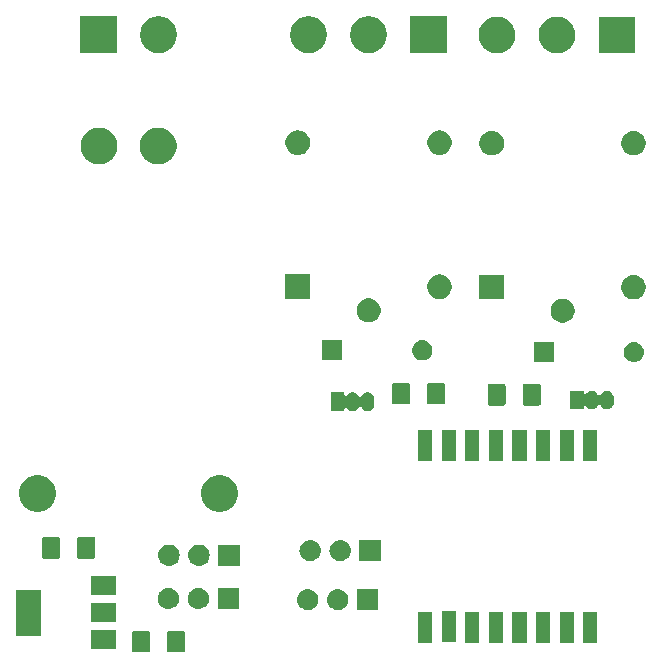
<source format=gbr>
G04 #@! TF.GenerationSoftware,KiCad,Pcbnew,5.0.2-bee76a0~70~ubuntu18.10.1*
G04 #@! TF.CreationDate,2019-05-20T10:37:58+02:00*
G04 #@! TF.ProjectId,interruptor,696e7465-7272-4757-9074-6f722e6b6963,rev?*
G04 #@! TF.SameCoordinates,Original*
G04 #@! TF.FileFunction,Soldermask,Top*
G04 #@! TF.FilePolarity,Negative*
%FSLAX46Y46*%
G04 Gerber Fmt 4.6, Leading zero omitted, Abs format (unit mm)*
G04 Created by KiCad (PCBNEW 5.0.2-bee76a0~70~ubuntu18.10.1) date lun 20 may 2019 10:37:58 CEST*
%MOMM*%
%LPD*%
G01*
G04 APERTURE LIST*
%ADD10C,0.100000*%
G04 APERTURE END LIST*
D10*
G36*
X99888062Y-115228181D02*
X99922977Y-115238773D01*
X99955165Y-115255978D01*
X99983373Y-115279127D01*
X100006522Y-115307335D01*
X100023727Y-115339523D01*
X100034319Y-115374438D01*
X100038500Y-115416895D01*
X100038500Y-116883105D01*
X100034319Y-116925562D01*
X100023727Y-116960477D01*
X100006522Y-116992665D01*
X99983373Y-117020873D01*
X99955165Y-117044022D01*
X99922977Y-117061227D01*
X99888062Y-117071819D01*
X99845605Y-117076000D01*
X98704395Y-117076000D01*
X98661938Y-117071819D01*
X98627023Y-117061227D01*
X98594835Y-117044022D01*
X98566627Y-117020873D01*
X98543478Y-116992665D01*
X98526273Y-116960477D01*
X98515681Y-116925562D01*
X98511500Y-116883105D01*
X98511500Y-115416895D01*
X98515681Y-115374438D01*
X98526273Y-115339523D01*
X98543478Y-115307335D01*
X98566627Y-115279127D01*
X98594835Y-115255978D01*
X98627023Y-115238773D01*
X98661938Y-115228181D01*
X98704395Y-115224000D01*
X99845605Y-115224000D01*
X99888062Y-115228181D01*
X99888062Y-115228181D01*
G37*
G36*
X96913062Y-115228181D02*
X96947977Y-115238773D01*
X96980165Y-115255978D01*
X97008373Y-115279127D01*
X97031522Y-115307335D01*
X97048727Y-115339523D01*
X97059319Y-115374438D01*
X97063500Y-115416895D01*
X97063500Y-116883105D01*
X97059319Y-116925562D01*
X97048727Y-116960477D01*
X97031522Y-116992665D01*
X97008373Y-117020873D01*
X96980165Y-117044022D01*
X96947977Y-117061227D01*
X96913062Y-117071819D01*
X96870605Y-117076000D01*
X95729395Y-117076000D01*
X95686938Y-117071819D01*
X95652023Y-117061227D01*
X95619835Y-117044022D01*
X95591627Y-117020873D01*
X95568478Y-116992665D01*
X95551273Y-116960477D01*
X95540681Y-116925562D01*
X95536500Y-116883105D01*
X95536500Y-115416895D01*
X95540681Y-115374438D01*
X95551273Y-115339523D01*
X95568478Y-115307335D01*
X95591627Y-115279127D01*
X95619835Y-115255978D01*
X95652023Y-115238773D01*
X95686938Y-115228181D01*
X95729395Y-115224000D01*
X96870605Y-115224000D01*
X96913062Y-115228181D01*
X96913062Y-115228181D01*
G37*
G36*
X94151000Y-116801000D02*
X92049000Y-116801000D01*
X92049000Y-115199000D01*
X94151000Y-115199000D01*
X94151000Y-116801000D01*
X94151000Y-116801000D01*
G37*
G36*
X130951000Y-116251000D02*
X129749000Y-116251000D01*
X129749000Y-113649000D01*
X130951000Y-113649000D01*
X130951000Y-116251000D01*
X130951000Y-116251000D01*
G37*
G36*
X134951000Y-116251000D02*
X133749000Y-116251000D01*
X133749000Y-113649000D01*
X134951000Y-113649000D01*
X134951000Y-116251000D01*
X134951000Y-116251000D01*
G37*
G36*
X132951000Y-116251000D02*
X131749000Y-116251000D01*
X131749000Y-113649000D01*
X132951000Y-113649000D01*
X132951000Y-116251000D01*
X132951000Y-116251000D01*
G37*
G36*
X128951000Y-116251000D02*
X127749000Y-116251000D01*
X127749000Y-113649000D01*
X128951000Y-113649000D01*
X128951000Y-116251000D01*
X128951000Y-116251000D01*
G37*
G36*
X126951000Y-116251000D02*
X125749000Y-116251000D01*
X125749000Y-113649000D01*
X126951000Y-113649000D01*
X126951000Y-116251000D01*
X126951000Y-116251000D01*
G37*
G36*
X124951000Y-116251000D02*
X123749000Y-116251000D01*
X123749000Y-113649000D01*
X124951000Y-113649000D01*
X124951000Y-116251000D01*
X124951000Y-116251000D01*
G37*
G36*
X120951000Y-116251000D02*
X119749000Y-116251000D01*
X119749000Y-113649000D01*
X120951000Y-113649000D01*
X120951000Y-116251000D01*
X120951000Y-116251000D01*
G37*
G36*
X122951000Y-116151000D02*
X121749000Y-116151000D01*
X121749000Y-113549000D01*
X122951000Y-113549000D01*
X122951000Y-116151000D01*
X122951000Y-116151000D01*
G37*
G36*
X87851000Y-115651000D02*
X85749000Y-115651000D01*
X85749000Y-111749000D01*
X87851000Y-111749000D01*
X87851000Y-115651000D01*
X87851000Y-115651000D01*
G37*
G36*
X94151000Y-114501000D02*
X92049000Y-114501000D01*
X92049000Y-112899000D01*
X94151000Y-112899000D01*
X94151000Y-114501000D01*
X94151000Y-114501000D01*
G37*
G36*
X116401000Y-113501000D02*
X114599000Y-113501000D01*
X114599000Y-111699000D01*
X116401000Y-111699000D01*
X116401000Y-113501000D01*
X116401000Y-113501000D01*
G37*
G36*
X110530442Y-111705518D02*
X110596627Y-111712037D01*
X110709853Y-111746384D01*
X110766467Y-111763557D01*
X110905087Y-111837652D01*
X110922991Y-111847222D01*
X110958729Y-111876552D01*
X111060186Y-111959814D01*
X111143448Y-112061271D01*
X111172778Y-112097009D01*
X111172779Y-112097011D01*
X111256443Y-112253533D01*
X111256443Y-112253534D01*
X111307963Y-112423373D01*
X111325359Y-112600000D01*
X111307963Y-112776627D01*
X111286777Y-112846467D01*
X111256443Y-112946467D01*
X111226231Y-113002989D01*
X111172778Y-113102991D01*
X111143448Y-113138729D01*
X111060186Y-113240186D01*
X110958729Y-113323448D01*
X110922991Y-113352778D01*
X110922989Y-113352779D01*
X110766467Y-113436443D01*
X110709853Y-113453616D01*
X110596627Y-113487963D01*
X110530442Y-113494482D01*
X110464260Y-113501000D01*
X110375740Y-113501000D01*
X110309558Y-113494482D01*
X110243373Y-113487963D01*
X110130147Y-113453616D01*
X110073533Y-113436443D01*
X109917011Y-113352779D01*
X109917009Y-113352778D01*
X109881271Y-113323448D01*
X109779814Y-113240186D01*
X109696552Y-113138729D01*
X109667222Y-113102991D01*
X109613769Y-113002989D01*
X109583557Y-112946467D01*
X109553223Y-112846467D01*
X109532037Y-112776627D01*
X109514641Y-112600000D01*
X109532037Y-112423373D01*
X109583557Y-112253534D01*
X109583557Y-112253533D01*
X109667221Y-112097011D01*
X109667222Y-112097009D01*
X109696552Y-112061271D01*
X109779814Y-111959814D01*
X109881271Y-111876552D01*
X109917009Y-111847222D01*
X109934913Y-111837652D01*
X110073533Y-111763557D01*
X110130147Y-111746384D01*
X110243373Y-111712037D01*
X110309558Y-111705518D01*
X110375740Y-111699000D01*
X110464260Y-111699000D01*
X110530442Y-111705518D01*
X110530442Y-111705518D01*
G37*
G36*
X113070442Y-111705518D02*
X113136627Y-111712037D01*
X113249853Y-111746384D01*
X113306467Y-111763557D01*
X113445087Y-111837652D01*
X113462991Y-111847222D01*
X113498729Y-111876552D01*
X113600186Y-111959814D01*
X113683448Y-112061271D01*
X113712778Y-112097009D01*
X113712779Y-112097011D01*
X113796443Y-112253533D01*
X113796443Y-112253534D01*
X113847963Y-112423373D01*
X113865359Y-112600000D01*
X113847963Y-112776627D01*
X113826777Y-112846467D01*
X113796443Y-112946467D01*
X113766231Y-113002989D01*
X113712778Y-113102991D01*
X113683448Y-113138729D01*
X113600186Y-113240186D01*
X113498729Y-113323448D01*
X113462991Y-113352778D01*
X113462989Y-113352779D01*
X113306467Y-113436443D01*
X113249853Y-113453616D01*
X113136627Y-113487963D01*
X113070442Y-113494482D01*
X113004260Y-113501000D01*
X112915740Y-113501000D01*
X112849558Y-113494482D01*
X112783373Y-113487963D01*
X112670147Y-113453616D01*
X112613533Y-113436443D01*
X112457011Y-113352779D01*
X112457009Y-113352778D01*
X112421271Y-113323448D01*
X112319814Y-113240186D01*
X112236552Y-113138729D01*
X112207222Y-113102991D01*
X112153769Y-113002989D01*
X112123557Y-112946467D01*
X112093223Y-112846467D01*
X112072037Y-112776627D01*
X112054641Y-112600000D01*
X112072037Y-112423373D01*
X112123557Y-112253534D01*
X112123557Y-112253533D01*
X112207221Y-112097011D01*
X112207222Y-112097009D01*
X112236552Y-112061271D01*
X112319814Y-111959814D01*
X112421271Y-111876552D01*
X112457009Y-111847222D01*
X112474913Y-111837652D01*
X112613533Y-111763557D01*
X112670147Y-111746384D01*
X112783373Y-111712037D01*
X112849558Y-111705518D01*
X112915740Y-111699000D01*
X113004260Y-111699000D01*
X113070442Y-111705518D01*
X113070442Y-111705518D01*
G37*
G36*
X104601000Y-113401000D02*
X102799000Y-113401000D01*
X102799000Y-111599000D01*
X104601000Y-111599000D01*
X104601000Y-113401000D01*
X104601000Y-113401000D01*
G37*
G36*
X101270443Y-111605519D02*
X101336627Y-111612037D01*
X101449853Y-111646384D01*
X101506467Y-111663557D01*
X101572775Y-111699000D01*
X101662991Y-111747222D01*
X101665157Y-111749000D01*
X101800186Y-111859814D01*
X101882253Y-111959814D01*
X101912778Y-111997009D01*
X101912779Y-111997011D01*
X101996443Y-112153533D01*
X101996443Y-112153534D01*
X102047963Y-112323373D01*
X102065359Y-112500000D01*
X102047963Y-112676627D01*
X102017629Y-112776625D01*
X101996443Y-112846467D01*
X101942991Y-112946467D01*
X101912778Y-113002991D01*
X101883448Y-113038729D01*
X101800186Y-113140186D01*
X101698729Y-113223448D01*
X101662991Y-113252778D01*
X101662989Y-113252779D01*
X101506467Y-113336443D01*
X101452617Y-113352778D01*
X101336627Y-113387963D01*
X101270442Y-113394482D01*
X101204260Y-113401000D01*
X101115740Y-113401000D01*
X101049558Y-113394482D01*
X100983373Y-113387963D01*
X100867383Y-113352778D01*
X100813533Y-113336443D01*
X100657011Y-113252779D01*
X100657009Y-113252778D01*
X100621271Y-113223448D01*
X100519814Y-113140186D01*
X100436552Y-113038729D01*
X100407222Y-113002991D01*
X100377009Y-112946467D01*
X100323557Y-112846467D01*
X100302371Y-112776625D01*
X100272037Y-112676627D01*
X100254641Y-112500000D01*
X100272037Y-112323373D01*
X100323557Y-112153534D01*
X100323557Y-112153533D01*
X100407221Y-111997011D01*
X100407222Y-111997009D01*
X100437747Y-111959814D01*
X100519814Y-111859814D01*
X100654843Y-111749000D01*
X100657009Y-111747222D01*
X100747225Y-111699000D01*
X100813533Y-111663557D01*
X100870147Y-111646384D01*
X100983373Y-111612037D01*
X101049557Y-111605519D01*
X101115740Y-111599000D01*
X101204260Y-111599000D01*
X101270443Y-111605519D01*
X101270443Y-111605519D01*
G37*
G36*
X98730443Y-111605519D02*
X98796627Y-111612037D01*
X98909853Y-111646384D01*
X98966467Y-111663557D01*
X99032775Y-111699000D01*
X99122991Y-111747222D01*
X99125157Y-111749000D01*
X99260186Y-111859814D01*
X99342253Y-111959814D01*
X99372778Y-111997009D01*
X99372779Y-111997011D01*
X99456443Y-112153533D01*
X99456443Y-112153534D01*
X99507963Y-112323373D01*
X99525359Y-112500000D01*
X99507963Y-112676627D01*
X99477629Y-112776625D01*
X99456443Y-112846467D01*
X99402991Y-112946467D01*
X99372778Y-113002991D01*
X99343448Y-113038729D01*
X99260186Y-113140186D01*
X99158729Y-113223448D01*
X99122991Y-113252778D01*
X99122989Y-113252779D01*
X98966467Y-113336443D01*
X98912617Y-113352778D01*
X98796627Y-113387963D01*
X98730442Y-113394482D01*
X98664260Y-113401000D01*
X98575740Y-113401000D01*
X98509558Y-113394482D01*
X98443373Y-113387963D01*
X98327383Y-113352778D01*
X98273533Y-113336443D01*
X98117011Y-113252779D01*
X98117009Y-113252778D01*
X98081271Y-113223448D01*
X97979814Y-113140186D01*
X97896552Y-113038729D01*
X97867222Y-113002991D01*
X97837009Y-112946467D01*
X97783557Y-112846467D01*
X97762371Y-112776625D01*
X97732037Y-112676627D01*
X97714641Y-112500000D01*
X97732037Y-112323373D01*
X97783557Y-112153534D01*
X97783557Y-112153533D01*
X97867221Y-111997011D01*
X97867222Y-111997009D01*
X97897747Y-111959814D01*
X97979814Y-111859814D01*
X98114843Y-111749000D01*
X98117009Y-111747222D01*
X98207225Y-111699000D01*
X98273533Y-111663557D01*
X98330147Y-111646384D01*
X98443373Y-111612037D01*
X98509557Y-111605519D01*
X98575740Y-111599000D01*
X98664260Y-111599000D01*
X98730443Y-111605519D01*
X98730443Y-111605519D01*
G37*
G36*
X94151000Y-112201000D02*
X92049000Y-112201000D01*
X92049000Y-110599000D01*
X94151000Y-110599000D01*
X94151000Y-112201000D01*
X94151000Y-112201000D01*
G37*
G36*
X101320443Y-107955519D02*
X101386627Y-107962037D01*
X101499853Y-107996384D01*
X101556467Y-108013557D01*
X101695087Y-108087652D01*
X101712991Y-108097222D01*
X101720682Y-108103534D01*
X101850186Y-108209814D01*
X101902348Y-108273375D01*
X101962778Y-108347009D01*
X101962779Y-108347011D01*
X102046443Y-108503533D01*
X102046443Y-108503534D01*
X102097963Y-108673373D01*
X102115359Y-108850000D01*
X102097963Y-109026627D01*
X102068167Y-109124852D01*
X102046443Y-109196467D01*
X102043069Y-109202779D01*
X101962778Y-109352991D01*
X101933448Y-109388729D01*
X101850186Y-109490186D01*
X101748729Y-109573448D01*
X101712991Y-109602778D01*
X101712989Y-109602779D01*
X101556467Y-109686443D01*
X101499853Y-109703616D01*
X101386627Y-109737963D01*
X101320443Y-109744481D01*
X101254260Y-109751000D01*
X101165740Y-109751000D01*
X101099557Y-109744481D01*
X101033373Y-109737963D01*
X100920147Y-109703616D01*
X100863533Y-109686443D01*
X100707011Y-109602779D01*
X100707009Y-109602778D01*
X100671271Y-109573448D01*
X100569814Y-109490186D01*
X100486552Y-109388729D01*
X100457222Y-109352991D01*
X100376931Y-109202779D01*
X100373557Y-109196467D01*
X100351833Y-109124852D01*
X100322037Y-109026627D01*
X100304641Y-108850000D01*
X100322037Y-108673373D01*
X100373557Y-108503534D01*
X100373557Y-108503533D01*
X100457221Y-108347011D01*
X100457222Y-108347009D01*
X100517652Y-108273375D01*
X100569814Y-108209814D01*
X100699318Y-108103534D01*
X100707009Y-108097222D01*
X100724913Y-108087652D01*
X100863533Y-108013557D01*
X100920147Y-107996384D01*
X101033373Y-107962037D01*
X101099557Y-107955519D01*
X101165740Y-107949000D01*
X101254260Y-107949000D01*
X101320443Y-107955519D01*
X101320443Y-107955519D01*
G37*
G36*
X98780443Y-107955519D02*
X98846627Y-107962037D01*
X98959853Y-107996384D01*
X99016467Y-108013557D01*
X99155087Y-108087652D01*
X99172991Y-108097222D01*
X99180682Y-108103534D01*
X99310186Y-108209814D01*
X99362348Y-108273375D01*
X99422778Y-108347009D01*
X99422779Y-108347011D01*
X99506443Y-108503533D01*
X99506443Y-108503534D01*
X99557963Y-108673373D01*
X99575359Y-108850000D01*
X99557963Y-109026627D01*
X99528167Y-109124852D01*
X99506443Y-109196467D01*
X99503069Y-109202779D01*
X99422778Y-109352991D01*
X99393448Y-109388729D01*
X99310186Y-109490186D01*
X99208729Y-109573448D01*
X99172991Y-109602778D01*
X99172989Y-109602779D01*
X99016467Y-109686443D01*
X98959853Y-109703616D01*
X98846627Y-109737963D01*
X98780443Y-109744481D01*
X98714260Y-109751000D01*
X98625740Y-109751000D01*
X98559557Y-109744481D01*
X98493373Y-109737963D01*
X98380147Y-109703616D01*
X98323533Y-109686443D01*
X98167011Y-109602779D01*
X98167009Y-109602778D01*
X98131271Y-109573448D01*
X98029814Y-109490186D01*
X97946552Y-109388729D01*
X97917222Y-109352991D01*
X97836931Y-109202779D01*
X97833557Y-109196467D01*
X97811833Y-109124852D01*
X97782037Y-109026627D01*
X97764641Y-108850000D01*
X97782037Y-108673373D01*
X97833557Y-108503534D01*
X97833557Y-108503533D01*
X97917221Y-108347011D01*
X97917222Y-108347009D01*
X97977652Y-108273375D01*
X98029814Y-108209814D01*
X98159318Y-108103534D01*
X98167009Y-108097222D01*
X98184913Y-108087652D01*
X98323533Y-108013557D01*
X98380147Y-107996384D01*
X98493373Y-107962037D01*
X98559557Y-107955519D01*
X98625740Y-107949000D01*
X98714260Y-107949000D01*
X98780443Y-107955519D01*
X98780443Y-107955519D01*
G37*
G36*
X104651000Y-109751000D02*
X102849000Y-109751000D01*
X102849000Y-107949000D01*
X104651000Y-107949000D01*
X104651000Y-109751000D01*
X104651000Y-109751000D01*
G37*
G36*
X110730442Y-107555518D02*
X110796627Y-107562037D01*
X110909853Y-107596384D01*
X110966467Y-107613557D01*
X111105087Y-107687652D01*
X111122991Y-107697222D01*
X111158729Y-107726552D01*
X111260186Y-107809814D01*
X111343448Y-107911271D01*
X111372778Y-107947009D01*
X111372779Y-107947011D01*
X111456443Y-108103533D01*
X111456443Y-108103534D01*
X111507963Y-108273373D01*
X111525359Y-108450000D01*
X111507963Y-108626627D01*
X111493782Y-108673375D01*
X111456443Y-108796467D01*
X111421358Y-108862105D01*
X111372778Y-108952991D01*
X111343448Y-108988729D01*
X111260186Y-109090186D01*
X111158729Y-109173448D01*
X111122991Y-109202778D01*
X111122989Y-109202779D01*
X110966467Y-109286443D01*
X110909853Y-109303616D01*
X110796627Y-109337963D01*
X110730443Y-109344481D01*
X110664260Y-109351000D01*
X110575740Y-109351000D01*
X110509557Y-109344481D01*
X110443373Y-109337963D01*
X110330147Y-109303616D01*
X110273533Y-109286443D01*
X110117011Y-109202779D01*
X110117009Y-109202778D01*
X110081271Y-109173448D01*
X109979814Y-109090186D01*
X109896552Y-108988729D01*
X109867222Y-108952991D01*
X109818642Y-108862105D01*
X109783557Y-108796467D01*
X109746218Y-108673375D01*
X109732037Y-108626627D01*
X109714641Y-108450000D01*
X109732037Y-108273373D01*
X109783557Y-108103534D01*
X109783557Y-108103533D01*
X109867221Y-107947011D01*
X109867222Y-107947009D01*
X109896552Y-107911271D01*
X109979814Y-107809814D01*
X110081271Y-107726552D01*
X110117009Y-107697222D01*
X110134913Y-107687652D01*
X110273533Y-107613557D01*
X110330147Y-107596384D01*
X110443373Y-107562037D01*
X110509558Y-107555518D01*
X110575740Y-107549000D01*
X110664260Y-107549000D01*
X110730442Y-107555518D01*
X110730442Y-107555518D01*
G37*
G36*
X116601000Y-109351000D02*
X114799000Y-109351000D01*
X114799000Y-107549000D01*
X116601000Y-107549000D01*
X116601000Y-109351000D01*
X116601000Y-109351000D01*
G37*
G36*
X113270442Y-107555518D02*
X113336627Y-107562037D01*
X113449853Y-107596384D01*
X113506467Y-107613557D01*
X113645087Y-107687652D01*
X113662991Y-107697222D01*
X113698729Y-107726552D01*
X113800186Y-107809814D01*
X113883448Y-107911271D01*
X113912778Y-107947009D01*
X113912779Y-107947011D01*
X113996443Y-108103533D01*
X113996443Y-108103534D01*
X114047963Y-108273373D01*
X114065359Y-108450000D01*
X114047963Y-108626627D01*
X114033782Y-108673375D01*
X113996443Y-108796467D01*
X113961358Y-108862105D01*
X113912778Y-108952991D01*
X113883448Y-108988729D01*
X113800186Y-109090186D01*
X113698729Y-109173448D01*
X113662991Y-109202778D01*
X113662989Y-109202779D01*
X113506467Y-109286443D01*
X113449853Y-109303616D01*
X113336627Y-109337963D01*
X113270443Y-109344481D01*
X113204260Y-109351000D01*
X113115740Y-109351000D01*
X113049557Y-109344481D01*
X112983373Y-109337963D01*
X112870147Y-109303616D01*
X112813533Y-109286443D01*
X112657011Y-109202779D01*
X112657009Y-109202778D01*
X112621271Y-109173448D01*
X112519814Y-109090186D01*
X112436552Y-108988729D01*
X112407222Y-108952991D01*
X112358642Y-108862105D01*
X112323557Y-108796467D01*
X112286218Y-108673375D01*
X112272037Y-108626627D01*
X112254641Y-108450000D01*
X112272037Y-108273373D01*
X112323557Y-108103534D01*
X112323557Y-108103533D01*
X112407221Y-107947011D01*
X112407222Y-107947009D01*
X112436552Y-107911271D01*
X112519814Y-107809814D01*
X112621271Y-107726552D01*
X112657009Y-107697222D01*
X112674913Y-107687652D01*
X112813533Y-107613557D01*
X112870147Y-107596384D01*
X112983373Y-107562037D01*
X113049558Y-107555518D01*
X113115740Y-107549000D01*
X113204260Y-107549000D01*
X113270442Y-107555518D01*
X113270442Y-107555518D01*
G37*
G36*
X89295562Y-107282181D02*
X89330477Y-107292773D01*
X89362665Y-107309978D01*
X89390873Y-107333127D01*
X89414022Y-107361335D01*
X89431227Y-107393523D01*
X89441819Y-107428438D01*
X89446000Y-107470895D01*
X89446000Y-108937105D01*
X89441819Y-108979562D01*
X89431227Y-109014477D01*
X89414022Y-109046665D01*
X89390873Y-109074873D01*
X89362665Y-109098022D01*
X89330477Y-109115227D01*
X89295562Y-109125819D01*
X89253105Y-109130000D01*
X88111895Y-109130000D01*
X88069438Y-109125819D01*
X88034523Y-109115227D01*
X88002335Y-109098022D01*
X87974127Y-109074873D01*
X87950978Y-109046665D01*
X87933773Y-109014477D01*
X87923181Y-108979562D01*
X87919000Y-108937105D01*
X87919000Y-107470895D01*
X87923181Y-107428438D01*
X87933773Y-107393523D01*
X87950978Y-107361335D01*
X87974127Y-107333127D01*
X88002335Y-107309978D01*
X88034523Y-107292773D01*
X88069438Y-107282181D01*
X88111895Y-107278000D01*
X89253105Y-107278000D01*
X89295562Y-107282181D01*
X89295562Y-107282181D01*
G37*
G36*
X92270562Y-107282181D02*
X92305477Y-107292773D01*
X92337665Y-107309978D01*
X92365873Y-107333127D01*
X92389022Y-107361335D01*
X92406227Y-107393523D01*
X92416819Y-107428438D01*
X92421000Y-107470895D01*
X92421000Y-108937105D01*
X92416819Y-108979562D01*
X92406227Y-109014477D01*
X92389022Y-109046665D01*
X92365873Y-109074873D01*
X92337665Y-109098022D01*
X92305477Y-109115227D01*
X92270562Y-109125819D01*
X92228105Y-109130000D01*
X91086895Y-109130000D01*
X91044438Y-109125819D01*
X91009523Y-109115227D01*
X90977335Y-109098022D01*
X90949127Y-109074873D01*
X90925978Y-109046665D01*
X90908773Y-109014477D01*
X90898181Y-108979562D01*
X90894000Y-108937105D01*
X90894000Y-107470895D01*
X90898181Y-107428438D01*
X90908773Y-107393523D01*
X90925978Y-107361335D01*
X90949127Y-107333127D01*
X90977335Y-107309978D01*
X91009523Y-107292773D01*
X91044438Y-107282181D01*
X91086895Y-107278000D01*
X92228105Y-107278000D01*
X92270562Y-107282181D01*
X92270562Y-107282181D01*
G37*
G36*
X103404741Y-102100911D02*
X103404744Y-102100912D01*
X103404743Y-102100912D01*
X103688463Y-102218432D01*
X103688464Y-102218433D01*
X103943807Y-102389048D01*
X104160952Y-102606193D01*
X104160954Y-102606196D01*
X104331568Y-102861537D01*
X104422465Y-103080983D01*
X104449089Y-103145259D01*
X104509000Y-103446450D01*
X104509000Y-103753550D01*
X104449089Y-104054741D01*
X104449088Y-104054743D01*
X104331568Y-104338463D01*
X104331567Y-104338464D01*
X104160952Y-104593807D01*
X103943807Y-104810952D01*
X103943804Y-104810954D01*
X103688463Y-104981568D01*
X103469017Y-105072465D01*
X103404741Y-105099089D01*
X103103550Y-105159000D01*
X102796450Y-105159000D01*
X102495259Y-105099089D01*
X102430983Y-105072465D01*
X102211537Y-104981568D01*
X101956196Y-104810954D01*
X101956193Y-104810952D01*
X101739048Y-104593807D01*
X101568433Y-104338464D01*
X101568432Y-104338463D01*
X101450912Y-104054743D01*
X101450911Y-104054741D01*
X101391000Y-103753550D01*
X101391000Y-103446450D01*
X101450911Y-103145259D01*
X101477535Y-103080983D01*
X101568432Y-102861537D01*
X101739046Y-102606196D01*
X101739048Y-102606193D01*
X101956193Y-102389048D01*
X102211536Y-102218433D01*
X102211537Y-102218432D01*
X102495257Y-102100912D01*
X102495256Y-102100912D01*
X102495259Y-102100911D01*
X102796450Y-102041000D01*
X103103550Y-102041000D01*
X103404741Y-102100911D01*
X103404741Y-102100911D01*
G37*
G36*
X88004741Y-102100911D02*
X88004744Y-102100912D01*
X88004743Y-102100912D01*
X88288463Y-102218432D01*
X88288464Y-102218433D01*
X88543807Y-102389048D01*
X88760952Y-102606193D01*
X88760954Y-102606196D01*
X88931568Y-102861537D01*
X89022465Y-103080983D01*
X89049089Y-103145259D01*
X89109000Y-103446450D01*
X89109000Y-103753550D01*
X89049089Y-104054741D01*
X89049088Y-104054743D01*
X88931568Y-104338463D01*
X88931567Y-104338464D01*
X88760952Y-104593807D01*
X88543807Y-104810952D01*
X88543804Y-104810954D01*
X88288463Y-104981568D01*
X88069017Y-105072465D01*
X88004741Y-105099089D01*
X87703550Y-105159000D01*
X87396450Y-105159000D01*
X87095259Y-105099089D01*
X87030983Y-105072465D01*
X86811537Y-104981568D01*
X86556196Y-104810954D01*
X86556193Y-104810952D01*
X86339048Y-104593807D01*
X86168433Y-104338464D01*
X86168432Y-104338463D01*
X86050912Y-104054743D01*
X86050911Y-104054741D01*
X85991000Y-103753550D01*
X85991000Y-103446450D01*
X86050911Y-103145259D01*
X86077535Y-103080983D01*
X86168432Y-102861537D01*
X86339046Y-102606196D01*
X86339048Y-102606193D01*
X86556193Y-102389048D01*
X86811536Y-102218433D01*
X86811537Y-102218432D01*
X87095257Y-102100912D01*
X87095256Y-102100912D01*
X87095259Y-102100911D01*
X87396450Y-102041000D01*
X87703550Y-102041000D01*
X88004741Y-102100911D01*
X88004741Y-102100911D01*
G37*
G36*
X120951000Y-100851000D02*
X119749000Y-100851000D01*
X119749000Y-98249000D01*
X120951000Y-98249000D01*
X120951000Y-100851000D01*
X120951000Y-100851000D01*
G37*
G36*
X122951000Y-100851000D02*
X121749000Y-100851000D01*
X121749000Y-98249000D01*
X122951000Y-98249000D01*
X122951000Y-100851000D01*
X122951000Y-100851000D01*
G37*
G36*
X124951000Y-100851000D02*
X123749000Y-100851000D01*
X123749000Y-98249000D01*
X124951000Y-98249000D01*
X124951000Y-100851000D01*
X124951000Y-100851000D01*
G37*
G36*
X126951000Y-100851000D02*
X125749000Y-100851000D01*
X125749000Y-98249000D01*
X126951000Y-98249000D01*
X126951000Y-100851000D01*
X126951000Y-100851000D01*
G37*
G36*
X128951000Y-100851000D02*
X127749000Y-100851000D01*
X127749000Y-98249000D01*
X128951000Y-98249000D01*
X128951000Y-100851000D01*
X128951000Y-100851000D01*
G37*
G36*
X130951000Y-100851000D02*
X129749000Y-100851000D01*
X129749000Y-98249000D01*
X130951000Y-98249000D01*
X130951000Y-100851000D01*
X130951000Y-100851000D01*
G37*
G36*
X132951000Y-100851000D02*
X131749000Y-100851000D01*
X131749000Y-98249000D01*
X132951000Y-98249000D01*
X132951000Y-100851000D01*
X132951000Y-100851000D01*
G37*
G36*
X134951000Y-100851000D02*
X133749000Y-100851000D01*
X133749000Y-98249000D01*
X134951000Y-98249000D01*
X134951000Y-100851000D01*
X134951000Y-100851000D01*
G37*
G36*
X115602915Y-95057334D02*
X115711491Y-95090271D01*
X115811556Y-95143756D01*
X115899264Y-95215736D01*
X115971244Y-95303443D01*
X116024729Y-95403508D01*
X116057666Y-95512084D01*
X116066000Y-95596702D01*
X116066000Y-96103297D01*
X116057666Y-96187916D01*
X116024729Y-96296492D01*
X115971244Y-96396557D01*
X115899264Y-96484264D01*
X115811557Y-96556244D01*
X115711492Y-96609729D01*
X115602916Y-96642666D01*
X115490000Y-96653787D01*
X115377085Y-96642666D01*
X115268509Y-96609729D01*
X115168444Y-96556244D01*
X115080739Y-96484266D01*
X115080737Y-96484264D01*
X115008757Y-96396557D01*
X114975462Y-96334266D01*
X114965240Y-96315143D01*
X114951627Y-96294768D01*
X114934299Y-96277441D01*
X114913925Y-96263827D01*
X114891286Y-96254450D01*
X114867253Y-96249669D01*
X114842748Y-96249669D01*
X114818715Y-96254449D01*
X114796076Y-96263827D01*
X114775701Y-96277440D01*
X114758374Y-96294768D01*
X114744760Y-96315143D01*
X114719573Y-96362265D01*
X114701244Y-96396557D01*
X114629264Y-96484264D01*
X114541557Y-96556244D01*
X114441492Y-96609729D01*
X114332916Y-96642666D01*
X114220000Y-96653787D01*
X114107085Y-96642666D01*
X113998509Y-96609729D01*
X113898444Y-96556244D01*
X113810737Y-96484264D01*
X113747626Y-96407364D01*
X113730299Y-96390036D01*
X113709924Y-96376423D01*
X113687285Y-96367045D01*
X113663252Y-96362265D01*
X113638748Y-96362265D01*
X113614714Y-96367046D01*
X113592075Y-96376423D01*
X113571701Y-96390037D01*
X113554373Y-96407364D01*
X113540760Y-96427739D01*
X113531382Y-96450378D01*
X113526000Y-96486663D01*
X113526000Y-96651000D01*
X112374000Y-96651000D01*
X112374000Y-95049000D01*
X113526000Y-95049000D01*
X113526000Y-95213337D01*
X113528402Y-95237723D01*
X113535515Y-95261172D01*
X113547066Y-95282783D01*
X113562612Y-95301725D01*
X113581554Y-95317271D01*
X113603165Y-95328822D01*
X113626614Y-95335935D01*
X113651000Y-95338337D01*
X113675386Y-95335935D01*
X113698835Y-95328822D01*
X113720446Y-95317271D01*
X113747626Y-95292636D01*
X113779737Y-95253509D01*
X113810736Y-95215736D01*
X113898443Y-95143756D01*
X113998508Y-95090271D01*
X114107084Y-95057334D01*
X114220000Y-95046213D01*
X114332915Y-95057334D01*
X114441491Y-95090271D01*
X114541556Y-95143756D01*
X114629264Y-95215736D01*
X114701244Y-95303443D01*
X114744767Y-95384869D01*
X114758373Y-95405232D01*
X114775700Y-95422560D01*
X114796075Y-95436174D01*
X114818713Y-95445551D01*
X114842747Y-95450332D01*
X114867251Y-95450332D01*
X114891285Y-95445552D01*
X114913924Y-95436175D01*
X114934298Y-95422561D01*
X114951626Y-95405234D01*
X114965240Y-95384858D01*
X115008756Y-95303444D01*
X115049737Y-95253509D01*
X115080736Y-95215736D01*
X115168443Y-95143756D01*
X115268508Y-95090271D01*
X115377084Y-95057334D01*
X115490000Y-95046213D01*
X115602915Y-95057334D01*
X115602915Y-95057334D01*
G37*
G36*
X135852915Y-94907334D02*
X135961491Y-94940271D01*
X136061556Y-94993756D01*
X136149264Y-95065736D01*
X136221244Y-95153443D01*
X136274729Y-95253508D01*
X136307666Y-95362084D01*
X136316000Y-95446702D01*
X136316000Y-95953297D01*
X136307666Y-96037916D01*
X136274729Y-96146492D01*
X136221244Y-96246557D01*
X136149264Y-96334264D01*
X136061557Y-96406244D01*
X135961492Y-96459729D01*
X135852916Y-96492666D01*
X135740000Y-96503787D01*
X135627085Y-96492666D01*
X135518509Y-96459729D01*
X135418444Y-96406244D01*
X135382107Y-96376423D01*
X135330739Y-96334266D01*
X135315045Y-96315143D01*
X135258757Y-96246557D01*
X135227413Y-96187916D01*
X135215240Y-96165143D01*
X135201627Y-96144768D01*
X135184299Y-96127441D01*
X135163925Y-96113827D01*
X135141286Y-96104450D01*
X135117253Y-96099669D01*
X135092748Y-96099669D01*
X135068715Y-96104449D01*
X135046076Y-96113827D01*
X135025701Y-96127440D01*
X135008374Y-96144768D01*
X134994760Y-96165143D01*
X134951244Y-96246557D01*
X134879264Y-96334264D01*
X134791557Y-96406244D01*
X134691492Y-96459729D01*
X134582916Y-96492666D01*
X134470000Y-96503787D01*
X134357085Y-96492666D01*
X134248509Y-96459729D01*
X134148444Y-96406244D01*
X134060737Y-96334264D01*
X133997626Y-96257364D01*
X133980299Y-96240036D01*
X133959924Y-96226423D01*
X133937285Y-96217045D01*
X133913252Y-96212265D01*
X133888748Y-96212265D01*
X133864714Y-96217046D01*
X133842075Y-96226423D01*
X133821701Y-96240037D01*
X133804373Y-96257364D01*
X133790760Y-96277739D01*
X133781382Y-96300378D01*
X133776000Y-96336663D01*
X133776000Y-96501000D01*
X132624000Y-96501000D01*
X132624000Y-94899000D01*
X133776000Y-94899000D01*
X133776000Y-95063337D01*
X133778402Y-95087723D01*
X133785515Y-95111172D01*
X133797066Y-95132783D01*
X133812612Y-95151725D01*
X133831554Y-95167271D01*
X133853165Y-95178822D01*
X133876614Y-95185935D01*
X133901000Y-95188337D01*
X133925386Y-95185935D01*
X133948835Y-95178822D01*
X133970446Y-95167271D01*
X133997626Y-95142636D01*
X134023448Y-95111172D01*
X134060736Y-95065736D01*
X134148443Y-94993756D01*
X134248508Y-94940271D01*
X134357084Y-94907334D01*
X134470000Y-94896213D01*
X134582915Y-94907334D01*
X134691491Y-94940271D01*
X134791556Y-94993756D01*
X134879264Y-95065736D01*
X134951244Y-95153443D01*
X134994767Y-95234869D01*
X135008373Y-95255232D01*
X135025700Y-95272560D01*
X135046075Y-95286174D01*
X135068713Y-95295551D01*
X135092747Y-95300332D01*
X135117251Y-95300332D01*
X135141285Y-95295552D01*
X135163924Y-95286175D01*
X135184298Y-95272561D01*
X135201626Y-95255234D01*
X135215240Y-95234858D01*
X135258756Y-95153444D01*
X135293448Y-95111172D01*
X135330736Y-95065736D01*
X135418443Y-94993756D01*
X135518508Y-94940271D01*
X135627084Y-94907334D01*
X135740000Y-94896213D01*
X135852915Y-94907334D01*
X135852915Y-94907334D01*
G37*
G36*
X127025562Y-94328181D02*
X127060477Y-94338773D01*
X127092665Y-94355978D01*
X127120873Y-94379127D01*
X127144022Y-94407335D01*
X127161227Y-94439523D01*
X127171819Y-94474438D01*
X127176000Y-94516895D01*
X127176000Y-95983105D01*
X127171819Y-96025562D01*
X127161227Y-96060477D01*
X127144022Y-96092665D01*
X127120873Y-96120873D01*
X127092665Y-96144022D01*
X127060477Y-96161227D01*
X127025562Y-96171819D01*
X126983105Y-96176000D01*
X125841895Y-96176000D01*
X125799438Y-96171819D01*
X125764523Y-96161227D01*
X125732335Y-96144022D01*
X125704127Y-96120873D01*
X125680978Y-96092665D01*
X125663773Y-96060477D01*
X125653181Y-96025562D01*
X125649000Y-95983105D01*
X125649000Y-94516895D01*
X125653181Y-94474438D01*
X125663773Y-94439523D01*
X125680978Y-94407335D01*
X125704127Y-94379127D01*
X125732335Y-94355978D01*
X125764523Y-94338773D01*
X125799438Y-94328181D01*
X125841895Y-94324000D01*
X126983105Y-94324000D01*
X127025562Y-94328181D01*
X127025562Y-94328181D01*
G37*
G36*
X130000562Y-94328181D02*
X130035477Y-94338773D01*
X130067665Y-94355978D01*
X130095873Y-94379127D01*
X130119022Y-94407335D01*
X130136227Y-94439523D01*
X130146819Y-94474438D01*
X130151000Y-94516895D01*
X130151000Y-95983105D01*
X130146819Y-96025562D01*
X130136227Y-96060477D01*
X130119022Y-96092665D01*
X130095873Y-96120873D01*
X130067665Y-96144022D01*
X130035477Y-96161227D01*
X130000562Y-96171819D01*
X129958105Y-96176000D01*
X128816895Y-96176000D01*
X128774438Y-96171819D01*
X128739523Y-96161227D01*
X128707335Y-96144022D01*
X128679127Y-96120873D01*
X128655978Y-96092665D01*
X128638773Y-96060477D01*
X128628181Y-96025562D01*
X128624000Y-95983105D01*
X128624000Y-94516895D01*
X128628181Y-94474438D01*
X128638773Y-94439523D01*
X128655978Y-94407335D01*
X128679127Y-94379127D01*
X128707335Y-94355978D01*
X128739523Y-94338773D01*
X128774438Y-94328181D01*
X128816895Y-94324000D01*
X129958105Y-94324000D01*
X130000562Y-94328181D01*
X130000562Y-94328181D01*
G37*
G36*
X121900562Y-94228181D02*
X121935477Y-94238773D01*
X121967665Y-94255978D01*
X121995873Y-94279127D01*
X122019022Y-94307335D01*
X122036227Y-94339523D01*
X122046819Y-94374438D01*
X122051000Y-94416895D01*
X122051000Y-95883105D01*
X122046819Y-95925562D01*
X122036227Y-95960477D01*
X122019022Y-95992665D01*
X121995873Y-96020873D01*
X121967665Y-96044022D01*
X121935477Y-96061227D01*
X121900562Y-96071819D01*
X121858105Y-96076000D01*
X120716895Y-96076000D01*
X120674438Y-96071819D01*
X120639523Y-96061227D01*
X120607335Y-96044022D01*
X120579127Y-96020873D01*
X120555978Y-95992665D01*
X120538773Y-95960477D01*
X120528181Y-95925562D01*
X120524000Y-95883105D01*
X120524000Y-94416895D01*
X120528181Y-94374438D01*
X120538773Y-94339523D01*
X120555978Y-94307335D01*
X120579127Y-94279127D01*
X120607335Y-94255978D01*
X120639523Y-94238773D01*
X120674438Y-94228181D01*
X120716895Y-94224000D01*
X121858105Y-94224000D01*
X121900562Y-94228181D01*
X121900562Y-94228181D01*
G37*
G36*
X118925562Y-94228181D02*
X118960477Y-94238773D01*
X118992665Y-94255978D01*
X119020873Y-94279127D01*
X119044022Y-94307335D01*
X119061227Y-94339523D01*
X119071819Y-94374438D01*
X119076000Y-94416895D01*
X119076000Y-95883105D01*
X119071819Y-95925562D01*
X119061227Y-95960477D01*
X119044022Y-95992665D01*
X119020873Y-96020873D01*
X118992665Y-96044022D01*
X118960477Y-96061227D01*
X118925562Y-96071819D01*
X118883105Y-96076000D01*
X117741895Y-96076000D01*
X117699438Y-96071819D01*
X117664523Y-96061227D01*
X117632335Y-96044022D01*
X117604127Y-96020873D01*
X117580978Y-95992665D01*
X117563773Y-95960477D01*
X117553181Y-95925562D01*
X117549000Y-95883105D01*
X117549000Y-94416895D01*
X117553181Y-94374438D01*
X117563773Y-94339523D01*
X117580978Y-94307335D01*
X117604127Y-94279127D01*
X117632335Y-94255978D01*
X117664523Y-94238773D01*
X117699438Y-94228181D01*
X117741895Y-94224000D01*
X118883105Y-94224000D01*
X118925562Y-94228181D01*
X118925562Y-94228181D01*
G37*
G36*
X131251000Y-92501000D02*
X129549000Y-92501000D01*
X129549000Y-90799000D01*
X131251000Y-90799000D01*
X131251000Y-92501000D01*
X131251000Y-92501000D01*
G37*
G36*
X138186821Y-90811313D02*
X138186824Y-90811314D01*
X138186825Y-90811314D01*
X138347239Y-90859975D01*
X138347241Y-90859976D01*
X138347244Y-90859977D01*
X138495078Y-90938995D01*
X138624659Y-91045341D01*
X138731005Y-91174922D01*
X138810023Y-91322756D01*
X138858687Y-91483179D01*
X138875117Y-91650000D01*
X138858687Y-91816821D01*
X138858686Y-91816824D01*
X138858686Y-91816825D01*
X138810681Y-91975078D01*
X138810023Y-91977244D01*
X138731005Y-92125078D01*
X138624659Y-92254659D01*
X138495078Y-92361005D01*
X138347244Y-92440023D01*
X138347241Y-92440024D01*
X138347239Y-92440025D01*
X138186825Y-92488686D01*
X138186824Y-92488686D01*
X138186821Y-92488687D01*
X138061804Y-92501000D01*
X137978196Y-92501000D01*
X137853179Y-92488687D01*
X137853176Y-92488686D01*
X137853175Y-92488686D01*
X137692761Y-92440025D01*
X137692759Y-92440024D01*
X137692756Y-92440023D01*
X137544922Y-92361005D01*
X137415341Y-92254659D01*
X137308995Y-92125078D01*
X137229977Y-91977244D01*
X137229320Y-91975078D01*
X137181314Y-91816825D01*
X137181314Y-91816824D01*
X137181313Y-91816821D01*
X137164883Y-91650000D01*
X137181313Y-91483179D01*
X137229977Y-91322756D01*
X137308995Y-91174922D01*
X137415341Y-91045341D01*
X137544922Y-90938995D01*
X137692756Y-90859977D01*
X137692759Y-90859976D01*
X137692761Y-90859975D01*
X137853175Y-90811314D01*
X137853176Y-90811314D01*
X137853179Y-90811313D01*
X137978196Y-90799000D01*
X138061804Y-90799000D01*
X138186821Y-90811313D01*
X138186821Y-90811313D01*
G37*
G36*
X120286821Y-90661313D02*
X120286824Y-90661314D01*
X120286825Y-90661314D01*
X120447239Y-90709975D01*
X120447241Y-90709976D01*
X120447244Y-90709977D01*
X120595078Y-90788995D01*
X120724659Y-90895341D01*
X120831005Y-91024922D01*
X120910023Y-91172756D01*
X120910024Y-91172759D01*
X120910025Y-91172761D01*
X120955525Y-91322756D01*
X120958687Y-91333179D01*
X120975117Y-91500000D01*
X120958687Y-91666821D01*
X120910023Y-91827244D01*
X120831005Y-91975078D01*
X120724659Y-92104659D01*
X120595078Y-92211005D01*
X120447244Y-92290023D01*
X120447241Y-92290024D01*
X120447239Y-92290025D01*
X120286825Y-92338686D01*
X120286824Y-92338686D01*
X120286821Y-92338687D01*
X120161804Y-92351000D01*
X120078196Y-92351000D01*
X119953179Y-92338687D01*
X119953176Y-92338686D01*
X119953175Y-92338686D01*
X119792761Y-92290025D01*
X119792759Y-92290024D01*
X119792756Y-92290023D01*
X119644922Y-92211005D01*
X119515341Y-92104659D01*
X119408995Y-91975078D01*
X119329977Y-91827244D01*
X119281313Y-91666821D01*
X119264883Y-91500000D01*
X119281313Y-91333179D01*
X119284475Y-91322756D01*
X119329975Y-91172761D01*
X119329976Y-91172759D01*
X119329977Y-91172756D01*
X119408995Y-91024922D01*
X119515341Y-90895341D01*
X119644922Y-90788995D01*
X119792756Y-90709977D01*
X119792759Y-90709976D01*
X119792761Y-90709975D01*
X119953175Y-90661314D01*
X119953176Y-90661314D01*
X119953179Y-90661313D01*
X120078196Y-90649000D01*
X120161804Y-90649000D01*
X120286821Y-90661313D01*
X120286821Y-90661313D01*
G37*
G36*
X113351000Y-92351000D02*
X111649000Y-92351000D01*
X111649000Y-90649000D01*
X113351000Y-90649000D01*
X113351000Y-92351000D01*
X113351000Y-92351000D01*
G37*
G36*
X132297085Y-87170640D02*
X132482440Y-87247416D01*
X132649259Y-87358881D01*
X132791119Y-87500741D01*
X132902584Y-87667560D01*
X132979360Y-87852915D01*
X133018500Y-88049685D01*
X133018500Y-88250315D01*
X132979360Y-88447085D01*
X132902584Y-88632440D01*
X132791119Y-88799259D01*
X132649259Y-88941119D01*
X132482440Y-89052584D01*
X132297085Y-89129360D01*
X132100315Y-89168500D01*
X131899685Y-89168500D01*
X131702915Y-89129360D01*
X131517560Y-89052584D01*
X131350741Y-88941119D01*
X131208881Y-88799259D01*
X131097416Y-88632440D01*
X131020640Y-88447085D01*
X130981500Y-88250315D01*
X130981500Y-88049685D01*
X131020640Y-87852915D01*
X131097416Y-87667560D01*
X131208881Y-87500741D01*
X131350741Y-87358881D01*
X131517560Y-87247416D01*
X131702915Y-87170640D01*
X131899685Y-87131500D01*
X132100315Y-87131500D01*
X132297085Y-87170640D01*
X132297085Y-87170640D01*
G37*
G36*
X115867085Y-87130640D02*
X116052440Y-87207416D01*
X116219259Y-87318881D01*
X116361119Y-87460741D01*
X116472584Y-87627560D01*
X116549360Y-87812915D01*
X116588500Y-88009685D01*
X116588500Y-88210315D01*
X116549360Y-88407085D01*
X116472584Y-88592440D01*
X116361119Y-88759259D01*
X116219259Y-88901119D01*
X116052440Y-89012584D01*
X115867085Y-89089360D01*
X115670315Y-89128500D01*
X115469685Y-89128500D01*
X115272915Y-89089360D01*
X115087560Y-89012584D01*
X114920741Y-88901119D01*
X114778881Y-88759259D01*
X114667416Y-88592440D01*
X114590640Y-88407085D01*
X114551500Y-88210315D01*
X114551500Y-88009685D01*
X114590640Y-87812915D01*
X114667416Y-87627560D01*
X114778881Y-87460741D01*
X114920741Y-87318881D01*
X115087560Y-87207416D01*
X115272915Y-87130640D01*
X115469685Y-87091500D01*
X115670315Y-87091500D01*
X115867085Y-87130640D01*
X115867085Y-87130640D01*
G37*
G36*
X127041000Y-87191000D02*
X124959000Y-87191000D01*
X124959000Y-85109000D01*
X127041000Y-85109000D01*
X127041000Y-87191000D01*
X127041000Y-87191000D01*
G37*
G36*
X138203090Y-85129003D02*
X138303649Y-85149005D01*
X138359137Y-85171989D01*
X138493098Y-85227477D01*
X138663602Y-85341404D01*
X138808596Y-85486398D01*
X138922523Y-85656902D01*
X139000995Y-85846352D01*
X139041000Y-86047469D01*
X139041000Y-86252531D01*
X139000995Y-86453648D01*
X138922523Y-86643098D01*
X138808596Y-86813602D01*
X138663602Y-86958596D01*
X138493098Y-87072523D01*
X138400217Y-87110995D01*
X138303649Y-87150995D01*
X138204887Y-87170640D01*
X138102531Y-87191000D01*
X137897469Y-87191000D01*
X137795113Y-87170640D01*
X137696351Y-87150995D01*
X137599783Y-87110995D01*
X137506902Y-87072523D01*
X137336398Y-86958596D01*
X137191404Y-86813602D01*
X137077477Y-86643098D01*
X136999005Y-86453648D01*
X136959000Y-86252531D01*
X136959000Y-86047469D01*
X136999005Y-85846352D01*
X137077477Y-85656902D01*
X137191404Y-85486398D01*
X137336398Y-85341404D01*
X137506902Y-85227477D01*
X137640863Y-85171989D01*
X137696351Y-85149005D01*
X137796910Y-85129003D01*
X137897469Y-85109000D01*
X138102531Y-85109000D01*
X138203090Y-85129003D01*
X138203090Y-85129003D01*
G37*
G36*
X121773089Y-85089002D02*
X121873649Y-85109005D01*
X121929137Y-85131989D01*
X122063098Y-85187477D01*
X122233602Y-85301404D01*
X122378596Y-85446398D01*
X122492523Y-85616902D01*
X122570995Y-85806352D01*
X122611000Y-86007469D01*
X122611000Y-86212531D01*
X122570995Y-86413648D01*
X122492523Y-86603098D01*
X122378596Y-86773602D01*
X122233602Y-86918596D01*
X122063098Y-87032523D01*
X121929137Y-87088011D01*
X121873649Y-87110995D01*
X121774887Y-87130640D01*
X121672531Y-87151000D01*
X121467469Y-87151000D01*
X121365113Y-87130640D01*
X121266351Y-87110995D01*
X121210863Y-87088011D01*
X121076902Y-87032523D01*
X120906398Y-86918596D01*
X120761404Y-86773602D01*
X120647477Y-86603098D01*
X120569005Y-86413648D01*
X120529000Y-86212531D01*
X120529000Y-86007469D01*
X120569005Y-85806352D01*
X120647477Y-85616902D01*
X120761404Y-85446398D01*
X120906398Y-85301404D01*
X121076902Y-85187477D01*
X121210863Y-85131989D01*
X121266351Y-85109005D01*
X121366910Y-85089003D01*
X121467469Y-85069000D01*
X121672531Y-85069000D01*
X121773089Y-85089002D01*
X121773089Y-85089002D01*
G37*
G36*
X110611000Y-87151000D02*
X108529000Y-87151000D01*
X108529000Y-85069000D01*
X110611000Y-85069000D01*
X110611000Y-87151000D01*
X110611000Y-87151000D01*
G37*
G36*
X98204741Y-72700911D02*
X98204744Y-72700912D01*
X98204743Y-72700912D01*
X98488463Y-72818432D01*
X98683879Y-72949005D01*
X98743807Y-72989048D01*
X98960952Y-73206193D01*
X98960954Y-73206196D01*
X99131568Y-73461537D01*
X99191552Y-73606352D01*
X99249089Y-73745259D01*
X99309000Y-74046450D01*
X99309000Y-74353550D01*
X99249089Y-74654741D01*
X99249088Y-74654743D01*
X99131568Y-74938463D01*
X99131567Y-74938464D01*
X98960952Y-75193807D01*
X98743807Y-75410952D01*
X98743804Y-75410954D01*
X98488463Y-75581568D01*
X98269017Y-75672465D01*
X98204741Y-75699089D01*
X97903550Y-75759000D01*
X97596450Y-75759000D01*
X97295259Y-75699089D01*
X97230983Y-75672465D01*
X97011537Y-75581568D01*
X96756196Y-75410954D01*
X96756193Y-75410952D01*
X96539048Y-75193807D01*
X96368433Y-74938464D01*
X96368432Y-74938463D01*
X96250912Y-74654743D01*
X96250911Y-74654741D01*
X96191000Y-74353550D01*
X96191000Y-74046450D01*
X96250911Y-73745259D01*
X96308448Y-73606352D01*
X96368432Y-73461537D01*
X96539046Y-73206196D01*
X96539048Y-73206193D01*
X96756193Y-72989048D01*
X96816121Y-72949005D01*
X97011537Y-72818432D01*
X97295257Y-72700912D01*
X97295256Y-72700912D01*
X97295259Y-72700911D01*
X97596450Y-72641000D01*
X97903550Y-72641000D01*
X98204741Y-72700911D01*
X98204741Y-72700911D01*
G37*
G36*
X93204741Y-72700911D02*
X93204744Y-72700912D01*
X93204743Y-72700912D01*
X93488463Y-72818432D01*
X93683879Y-72949005D01*
X93743807Y-72989048D01*
X93960952Y-73206193D01*
X93960954Y-73206196D01*
X94131568Y-73461537D01*
X94191552Y-73606352D01*
X94249089Y-73745259D01*
X94309000Y-74046450D01*
X94309000Y-74353550D01*
X94249089Y-74654741D01*
X94249088Y-74654743D01*
X94131568Y-74938463D01*
X94131567Y-74938464D01*
X93960952Y-75193807D01*
X93743807Y-75410952D01*
X93743804Y-75410954D01*
X93488463Y-75581568D01*
X93269017Y-75672465D01*
X93204741Y-75699089D01*
X92903550Y-75759000D01*
X92596450Y-75759000D01*
X92295259Y-75699089D01*
X92230983Y-75672465D01*
X92011537Y-75581568D01*
X91756196Y-75410954D01*
X91756193Y-75410952D01*
X91539048Y-75193807D01*
X91368433Y-74938464D01*
X91368432Y-74938463D01*
X91250912Y-74654743D01*
X91250911Y-74654741D01*
X91191000Y-74353550D01*
X91191000Y-74046450D01*
X91250911Y-73745259D01*
X91308448Y-73606352D01*
X91368432Y-73461537D01*
X91539046Y-73206196D01*
X91539048Y-73206193D01*
X91756193Y-72989048D01*
X91816121Y-72949005D01*
X92011537Y-72818432D01*
X92295257Y-72700912D01*
X92295256Y-72700912D01*
X92295259Y-72700911D01*
X92596450Y-72641000D01*
X92903550Y-72641000D01*
X93204741Y-72700911D01*
X93204741Y-72700911D01*
G37*
G36*
X138203090Y-72929003D02*
X138303649Y-72949005D01*
X138359137Y-72971989D01*
X138493098Y-73027477D01*
X138663602Y-73141404D01*
X138808596Y-73286398D01*
X138922523Y-73456902D01*
X139000995Y-73646352D01*
X139041000Y-73847469D01*
X139041000Y-74052531D01*
X139000995Y-74253648D01*
X138922523Y-74443098D01*
X138808596Y-74613602D01*
X138663602Y-74758596D01*
X138493098Y-74872523D01*
X138400217Y-74910995D01*
X138303649Y-74950995D01*
X138203090Y-74970997D01*
X138102531Y-74991000D01*
X137897469Y-74991000D01*
X137796910Y-74970997D01*
X137696351Y-74950995D01*
X137599783Y-74910995D01*
X137506902Y-74872523D01*
X137336398Y-74758596D01*
X137191404Y-74613602D01*
X137077477Y-74443098D01*
X136999005Y-74253648D01*
X136959000Y-74052531D01*
X136959000Y-73847469D01*
X136999005Y-73646352D01*
X137077477Y-73456902D01*
X137191404Y-73286398D01*
X137336398Y-73141404D01*
X137506902Y-73027477D01*
X137640863Y-72971989D01*
X137696351Y-72949005D01*
X137796910Y-72929003D01*
X137897469Y-72909000D01*
X138102531Y-72909000D01*
X138203090Y-72929003D01*
X138203090Y-72929003D01*
G37*
G36*
X126203090Y-72929003D02*
X126303649Y-72949005D01*
X126359137Y-72971989D01*
X126493098Y-73027477D01*
X126663602Y-73141404D01*
X126808596Y-73286398D01*
X126922523Y-73456902D01*
X127000995Y-73646352D01*
X127041000Y-73847469D01*
X127041000Y-74052531D01*
X127000995Y-74253648D01*
X126922523Y-74443098D01*
X126808596Y-74613602D01*
X126663602Y-74758596D01*
X126493098Y-74872523D01*
X126400217Y-74910995D01*
X126303649Y-74950995D01*
X126203090Y-74970997D01*
X126102531Y-74991000D01*
X125897469Y-74991000D01*
X125796910Y-74970997D01*
X125696351Y-74950995D01*
X125599783Y-74910995D01*
X125506902Y-74872523D01*
X125336398Y-74758596D01*
X125191404Y-74613602D01*
X125077477Y-74443098D01*
X124999005Y-74253648D01*
X124959000Y-74052531D01*
X124959000Y-73847469D01*
X124999005Y-73646352D01*
X125077477Y-73456902D01*
X125191404Y-73286398D01*
X125336398Y-73141404D01*
X125506902Y-73027477D01*
X125640863Y-72971989D01*
X125696351Y-72949005D01*
X125796910Y-72929003D01*
X125897469Y-72909000D01*
X126102531Y-72909000D01*
X126203090Y-72929003D01*
X126203090Y-72929003D01*
G37*
G36*
X109773089Y-72889002D02*
X109873649Y-72909005D01*
X109929137Y-72931989D01*
X110063098Y-72987477D01*
X110233602Y-73101404D01*
X110378596Y-73246398D01*
X110492523Y-73416902D01*
X110570995Y-73606352D01*
X110611000Y-73807469D01*
X110611000Y-74012531D01*
X110570995Y-74213648D01*
X110492523Y-74403098D01*
X110378596Y-74573602D01*
X110233602Y-74718596D01*
X110063098Y-74832523D01*
X109929137Y-74888011D01*
X109873649Y-74910995D01*
X109773089Y-74930998D01*
X109672531Y-74951000D01*
X109467469Y-74951000D01*
X109366911Y-74930998D01*
X109266351Y-74910995D01*
X109210863Y-74888011D01*
X109076902Y-74832523D01*
X108906398Y-74718596D01*
X108761404Y-74573602D01*
X108647477Y-74403098D01*
X108569005Y-74213648D01*
X108529000Y-74012531D01*
X108529000Y-73807469D01*
X108569005Y-73606352D01*
X108647477Y-73416902D01*
X108761404Y-73246398D01*
X108906398Y-73101404D01*
X109076902Y-72987477D01*
X109210863Y-72931989D01*
X109266351Y-72909005D01*
X109366911Y-72889002D01*
X109467469Y-72869000D01*
X109672531Y-72869000D01*
X109773089Y-72889002D01*
X109773089Y-72889002D01*
G37*
G36*
X121773089Y-72889002D02*
X121873649Y-72909005D01*
X121929137Y-72931989D01*
X122063098Y-72987477D01*
X122233602Y-73101404D01*
X122378596Y-73246398D01*
X122492523Y-73416902D01*
X122570995Y-73606352D01*
X122611000Y-73807469D01*
X122611000Y-74012531D01*
X122570995Y-74213648D01*
X122492523Y-74403098D01*
X122378596Y-74573602D01*
X122233602Y-74718596D01*
X122063098Y-74832523D01*
X121929137Y-74888011D01*
X121873649Y-74910995D01*
X121773089Y-74930998D01*
X121672531Y-74951000D01*
X121467469Y-74951000D01*
X121366911Y-74930998D01*
X121266351Y-74910995D01*
X121210863Y-74888011D01*
X121076902Y-74832523D01*
X120906398Y-74718596D01*
X120761404Y-74573602D01*
X120647477Y-74403098D01*
X120569005Y-74213648D01*
X120529000Y-74012531D01*
X120529000Y-73807469D01*
X120569005Y-73606352D01*
X120647477Y-73416902D01*
X120761404Y-73246398D01*
X120906398Y-73101404D01*
X121076902Y-72987477D01*
X121210863Y-72931989D01*
X121266351Y-72909005D01*
X121366911Y-72889002D01*
X121467469Y-72869000D01*
X121672531Y-72869000D01*
X121773089Y-72889002D01*
X121773089Y-72889002D01*
G37*
G36*
X131821590Y-63278604D02*
X131972410Y-63308604D01*
X132254674Y-63425521D01*
X132508705Y-63595259D01*
X132724741Y-63811295D01*
X132894479Y-64065326D01*
X132998970Y-64317591D01*
X133011396Y-64347591D01*
X133065033Y-64617238D01*
X133071000Y-64647240D01*
X133071000Y-64952760D01*
X133011396Y-65252410D01*
X132894479Y-65534674D01*
X132724741Y-65788705D01*
X132508705Y-66004741D01*
X132254674Y-66174479D01*
X131972410Y-66291396D01*
X131872527Y-66311264D01*
X131672762Y-66351000D01*
X131367238Y-66351000D01*
X131167473Y-66311264D01*
X131067590Y-66291396D01*
X130785326Y-66174479D01*
X130531295Y-66004741D01*
X130315259Y-65788705D01*
X130145521Y-65534674D01*
X130028604Y-65252410D01*
X129969000Y-64952760D01*
X129969000Y-64647240D01*
X129974968Y-64617238D01*
X130028604Y-64347591D01*
X130041030Y-64317591D01*
X130145521Y-64065326D01*
X130315259Y-63811295D01*
X130531295Y-63595259D01*
X130785326Y-63425521D01*
X131067590Y-63308604D01*
X131218410Y-63278604D01*
X131367238Y-63249000D01*
X131672762Y-63249000D01*
X131821590Y-63278604D01*
X131821590Y-63278604D01*
G37*
G36*
X138151000Y-66351000D02*
X135049000Y-66351000D01*
X135049000Y-63249000D01*
X138151000Y-63249000D01*
X138151000Y-66351000D01*
X138151000Y-66351000D01*
G37*
G36*
X126741590Y-63278604D02*
X126892410Y-63308604D01*
X127174674Y-63425521D01*
X127428705Y-63595259D01*
X127644741Y-63811295D01*
X127814479Y-64065326D01*
X127918970Y-64317591D01*
X127931396Y-64347591D01*
X127985033Y-64617238D01*
X127991000Y-64647240D01*
X127991000Y-64952760D01*
X127931396Y-65252410D01*
X127814479Y-65534674D01*
X127644741Y-65788705D01*
X127428705Y-66004741D01*
X127174674Y-66174479D01*
X126892410Y-66291396D01*
X126792527Y-66311264D01*
X126592762Y-66351000D01*
X126287238Y-66351000D01*
X126087473Y-66311264D01*
X125987590Y-66291396D01*
X125705326Y-66174479D01*
X125451295Y-66004741D01*
X125235259Y-65788705D01*
X125065521Y-65534674D01*
X124948604Y-65252410D01*
X124889000Y-64952760D01*
X124889000Y-64647240D01*
X124894968Y-64617238D01*
X124948604Y-64347591D01*
X124961030Y-64317591D01*
X125065521Y-64065326D01*
X125235259Y-63811295D01*
X125451295Y-63595259D01*
X125705326Y-63425521D01*
X125987590Y-63308604D01*
X126138410Y-63278604D01*
X126287238Y-63249000D01*
X126592762Y-63249000D01*
X126741590Y-63278604D01*
X126741590Y-63278604D01*
G37*
G36*
X122201000Y-66321000D02*
X119099000Y-66321000D01*
X119099000Y-63219000D01*
X122201000Y-63219000D01*
X122201000Y-66321000D01*
X122201000Y-66321000D01*
G37*
G36*
X115922527Y-63258736D02*
X116022410Y-63278604D01*
X116304674Y-63395521D01*
X116558705Y-63565259D01*
X116774741Y-63781295D01*
X116944479Y-64035326D01*
X117061396Y-64317590D01*
X117081264Y-64417473D01*
X117121000Y-64617238D01*
X117121000Y-64922762D01*
X117081264Y-65122527D01*
X117061396Y-65222410D01*
X116944479Y-65504674D01*
X116774741Y-65758705D01*
X116558705Y-65974741D01*
X116304674Y-66144479D01*
X116022410Y-66261396D01*
X115922527Y-66281264D01*
X115722762Y-66321000D01*
X115417238Y-66321000D01*
X115217473Y-66281264D01*
X115117590Y-66261396D01*
X114835326Y-66144479D01*
X114581295Y-65974741D01*
X114365259Y-65758705D01*
X114195521Y-65504674D01*
X114078604Y-65222410D01*
X114058736Y-65122527D01*
X114019000Y-64922762D01*
X114019000Y-64617238D01*
X114058736Y-64417473D01*
X114078604Y-64317590D01*
X114195521Y-64035326D01*
X114365259Y-63781295D01*
X114581295Y-63565259D01*
X114835326Y-63395521D01*
X115117590Y-63278604D01*
X115217473Y-63258736D01*
X115417238Y-63219000D01*
X115722762Y-63219000D01*
X115922527Y-63258736D01*
X115922527Y-63258736D01*
G37*
G36*
X110842527Y-63258736D02*
X110942410Y-63278604D01*
X111224674Y-63395521D01*
X111478705Y-63565259D01*
X111694741Y-63781295D01*
X111864479Y-64035326D01*
X111981396Y-64317590D01*
X112001264Y-64417473D01*
X112041000Y-64617238D01*
X112041000Y-64922762D01*
X112001264Y-65122527D01*
X111981396Y-65222410D01*
X111864479Y-65504674D01*
X111694741Y-65758705D01*
X111478705Y-65974741D01*
X111224674Y-66144479D01*
X110942410Y-66261396D01*
X110842527Y-66281264D01*
X110642762Y-66321000D01*
X110337238Y-66321000D01*
X110137473Y-66281264D01*
X110037590Y-66261396D01*
X109755326Y-66144479D01*
X109501295Y-65974741D01*
X109285259Y-65758705D01*
X109115521Y-65504674D01*
X108998604Y-65222410D01*
X108978736Y-65122527D01*
X108939000Y-64922762D01*
X108939000Y-64617238D01*
X108978736Y-64417473D01*
X108998604Y-64317590D01*
X109115521Y-64035326D01*
X109285259Y-63781295D01*
X109501295Y-63565259D01*
X109755326Y-63395521D01*
X110037590Y-63278604D01*
X110137473Y-63258736D01*
X110337238Y-63219000D01*
X110642762Y-63219000D01*
X110842527Y-63258736D01*
X110842527Y-63258736D01*
G37*
G36*
X98142527Y-63258736D02*
X98242410Y-63278604D01*
X98524674Y-63395521D01*
X98778705Y-63565259D01*
X98994741Y-63781295D01*
X99164479Y-64035326D01*
X99281396Y-64317590D01*
X99301264Y-64417473D01*
X99341000Y-64617238D01*
X99341000Y-64922762D01*
X99301264Y-65122527D01*
X99281396Y-65222410D01*
X99164479Y-65504674D01*
X98994741Y-65758705D01*
X98778705Y-65974741D01*
X98524674Y-66144479D01*
X98242410Y-66261396D01*
X98142527Y-66281264D01*
X97942762Y-66321000D01*
X97637238Y-66321000D01*
X97437473Y-66281264D01*
X97337590Y-66261396D01*
X97055326Y-66144479D01*
X96801295Y-65974741D01*
X96585259Y-65758705D01*
X96415521Y-65504674D01*
X96298604Y-65222410D01*
X96278736Y-65122527D01*
X96239000Y-64922762D01*
X96239000Y-64617238D01*
X96278736Y-64417473D01*
X96298604Y-64317590D01*
X96415521Y-64035326D01*
X96585259Y-63781295D01*
X96801295Y-63565259D01*
X97055326Y-63395521D01*
X97337590Y-63278604D01*
X97437473Y-63258736D01*
X97637238Y-63219000D01*
X97942762Y-63219000D01*
X98142527Y-63258736D01*
X98142527Y-63258736D01*
G37*
G36*
X94261000Y-66321000D02*
X91159000Y-66321000D01*
X91159000Y-63219000D01*
X94261000Y-63219000D01*
X94261000Y-66321000D01*
X94261000Y-66321000D01*
G37*
M02*

</source>
